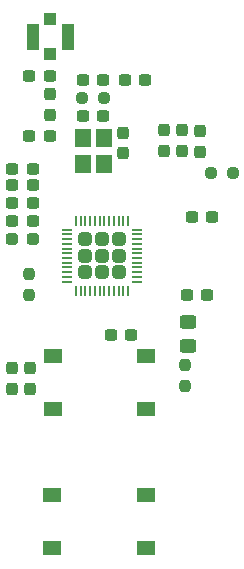
<source format=gbr>
%TF.GenerationSoftware,KiCad,Pcbnew,(6.0.4)*%
%TF.CreationDate,2022-06-13T20:22:48+02:00*%
%TF.ProjectId,Stamp,5374616d-702e-46b6-9963-61645f706362,rev?*%
%TF.SameCoordinates,Original*%
%TF.FileFunction,Paste,Top*%
%TF.FilePolarity,Positive*%
%FSLAX46Y46*%
G04 Gerber Fmt 4.6, Leading zero omitted, Abs format (unit mm)*
G04 Created by KiCad (PCBNEW (6.0.4)) date 2022-06-13 20:22:48*
%MOMM*%
%LPD*%
G01*
G04 APERTURE LIST*
G04 Aperture macros list*
%AMRoundRect*
0 Rectangle with rounded corners*
0 $1 Rounding radius*
0 $2 $3 $4 $5 $6 $7 $8 $9 X,Y pos of 4 corners*
0 Add a 4 corners polygon primitive as box body*
4,1,4,$2,$3,$4,$5,$6,$7,$8,$9,$2,$3,0*
0 Add four circle primitives for the rounded corners*
1,1,$1+$1,$2,$3*
1,1,$1+$1,$4,$5*
1,1,$1+$1,$6,$7*
1,1,$1+$1,$8,$9*
0 Add four rect primitives between the rounded corners*
20,1,$1+$1,$2,$3,$4,$5,0*
20,1,$1+$1,$4,$5,$6,$7,0*
20,1,$1+$1,$6,$7,$8,$9,0*
20,1,$1+$1,$8,$9,$2,$3,0*%
G04 Aperture macros list end*
%ADD10RoundRect,0.237500X0.237500X-0.250000X0.237500X0.250000X-0.237500X0.250000X-0.237500X-0.250000X0*%
%ADD11RoundRect,0.237500X0.300000X0.237500X-0.300000X0.237500X-0.300000X-0.237500X0.300000X-0.237500X0*%
%ADD12RoundRect,0.237500X0.237500X-0.300000X0.237500X0.300000X-0.237500X0.300000X-0.237500X-0.300000X0*%
%ADD13R,1.550000X1.300000*%
%ADD14RoundRect,0.237500X-0.237500X0.250000X-0.237500X-0.250000X0.237500X-0.250000X0.237500X0.250000X0*%
%ADD15RoundRect,0.237500X0.250000X0.237500X-0.250000X0.237500X-0.250000X-0.237500X0.250000X-0.237500X0*%
%ADD16RoundRect,0.237500X-0.300000X-0.237500X0.300000X-0.237500X0.300000X0.237500X-0.300000X0.237500X0*%
%ADD17RoundRect,0.237500X-0.287500X-0.237500X0.287500X-0.237500X0.287500X0.237500X-0.287500X0.237500X0*%
%ADD18RoundRect,0.250000X0.450000X-0.325000X0.450000X0.325000X-0.450000X0.325000X-0.450000X-0.325000X0*%
%ADD19RoundRect,0.237500X-0.237500X0.300000X-0.237500X-0.300000X0.237500X-0.300000X0.237500X0.300000X0*%
%ADD20R,1.000000X1.000000*%
%ADD21R,1.050000X2.200000*%
%ADD22R,1.350000X1.650000*%
%ADD23RoundRect,0.237500X-0.237500X0.287500X-0.237500X-0.287500X0.237500X-0.287500X0.237500X0.287500X0*%
%ADD24RoundRect,0.250000X-0.315000X-0.315000X0.315000X-0.315000X0.315000X0.315000X-0.315000X0.315000X0*%
%ADD25RoundRect,0.050000X-0.375000X-0.050000X0.375000X-0.050000X0.375000X0.050000X-0.375000X0.050000X0*%
%ADD26RoundRect,0.050000X-0.050000X-0.375000X0.050000X-0.375000X0.050000X0.375000X-0.050000X0.375000X0*%
G04 APERTURE END LIST*
D10*
%TO.C,R4*%
X100076000Y-125730000D03*
X100076000Y-123905000D03*
%TD*%
D11*
%TO.C,C1*%
X87235000Y-107315000D03*
X85510000Y-107315000D03*
%TD*%
D12*
%TO.C,C9*%
X86995000Y-125931000D03*
X86995000Y-124206000D03*
%TD*%
D13*
%TO.C,SW1*%
X88900000Y-127635000D03*
X96850000Y-127635000D03*
X96850000Y-123135000D03*
X88900000Y-123135000D03*
%TD*%
%TO.C,SW2*%
X88862000Y-134910000D03*
X96812000Y-134910000D03*
X96812000Y-139410000D03*
X88862000Y-139410000D03*
%TD*%
D14*
%TO.C,R1*%
X86868000Y-116205000D03*
X86868000Y-118030000D03*
%TD*%
D15*
%TO.C,R3*%
X104163500Y-107696000D03*
X102338500Y-107696000D03*
%TD*%
D16*
%TO.C,C7*%
X86921000Y-104521000D03*
X88646000Y-104521000D03*
%TD*%
D11*
%TO.C,C5*%
X87235000Y-110236000D03*
X85510000Y-110236000D03*
%TD*%
%TO.C,C15*%
X95578000Y-121412000D03*
X93853000Y-121412000D03*
%TD*%
D16*
%TO.C,C4*%
X86921000Y-99441000D03*
X88646000Y-99441000D03*
%TD*%
D17*
%TO.C,L2*%
X85471000Y-113284000D03*
X87221000Y-113284000D03*
%TD*%
D18*
%TO.C,D1*%
X100330000Y-122319000D03*
X100330000Y-120269000D03*
%TD*%
D19*
%TO.C,C6*%
X94869000Y-104267000D03*
X94869000Y-105992000D03*
%TD*%
D11*
%TO.C,C3*%
X87235000Y-108712000D03*
X85510000Y-108712000D03*
%TD*%
D12*
%TO.C,C11*%
X85471000Y-125931000D03*
X85471000Y-124206000D03*
%TD*%
D16*
%TO.C,C17*%
X100256000Y-117983000D03*
X101981000Y-117983000D03*
%TD*%
D19*
%TO.C,C8*%
X99822000Y-104066000D03*
X99822000Y-105791000D03*
%TD*%
D20*
%TO.C,J1*%
X88724000Y-97639000D03*
D21*
X90199000Y-96139000D03*
X87249000Y-96139000D03*
D20*
X88724000Y-94639000D03*
%TD*%
D15*
%TO.C,R2*%
X93241500Y-101346000D03*
X91416500Y-101346000D03*
%TD*%
D22*
%TO.C,X1*%
X91468000Y-104684000D03*
X91468000Y-106934000D03*
X93218000Y-106934000D03*
X93218000Y-104684000D03*
%TD*%
D11*
%TO.C,C13*%
X96721000Y-99822000D03*
X94996000Y-99822000D03*
%TD*%
%TO.C,C16*%
X102436000Y-111379000D03*
X100711000Y-111379000D03*
%TD*%
D23*
%TO.C,L3*%
X98298000Y-104041000D03*
X98298000Y-105791000D03*
%TD*%
D19*
%TO.C,C12*%
X101346000Y-104140000D03*
X101346000Y-105865000D03*
%TD*%
D24*
%TO.C,U1*%
X93091000Y-114681000D03*
X91691000Y-113281000D03*
X93091000Y-116081000D03*
X94491000Y-114681000D03*
X93091000Y-113281000D03*
X91691000Y-114681000D03*
X94491000Y-113281000D03*
X94491000Y-116081000D03*
X91691000Y-116081000D03*
D25*
X90141000Y-112481000D03*
X90141000Y-112881000D03*
X90141000Y-113281000D03*
X90141000Y-113681000D03*
X90141000Y-114081000D03*
X90141000Y-114481000D03*
X90141000Y-114881000D03*
X90141000Y-115281000D03*
X90141000Y-115681000D03*
X90141000Y-116081000D03*
X90141000Y-116481000D03*
X90141000Y-116881000D03*
D26*
X90891000Y-117631000D03*
X91291000Y-117631000D03*
X91691000Y-117631000D03*
X92091000Y-117631000D03*
X92491000Y-117631000D03*
X92891000Y-117631000D03*
X93291000Y-117631000D03*
X93691000Y-117631000D03*
X94091000Y-117631000D03*
X94491000Y-117631000D03*
X94891000Y-117631000D03*
X95291000Y-117631000D03*
D25*
X96041000Y-116881000D03*
X96041000Y-116481000D03*
X96041000Y-116081000D03*
X96041000Y-115681000D03*
X96041000Y-115281000D03*
X96041000Y-114881000D03*
X96041000Y-114481000D03*
X96041000Y-114081000D03*
X96041000Y-113681000D03*
X96041000Y-113281000D03*
X96041000Y-112881000D03*
X96041000Y-112481000D03*
D26*
X95291000Y-111731000D03*
X94891000Y-111731000D03*
X94491000Y-111731000D03*
X94091000Y-111731000D03*
X93691000Y-111731000D03*
X93291000Y-111731000D03*
X92891000Y-111731000D03*
X92491000Y-111731000D03*
X92091000Y-111731000D03*
X91691000Y-111731000D03*
X91291000Y-111731000D03*
X90891000Y-111731000D03*
%TD*%
D11*
%TO.C,C10*%
X87235000Y-111760000D03*
X85510000Y-111760000D03*
%TD*%
%TO.C,C14*%
X93165000Y-99822000D03*
X91440000Y-99822000D03*
%TD*%
D23*
%TO.C,L1*%
X88646000Y-100979000D03*
X88646000Y-102729000D03*
%TD*%
D11*
%TO.C,C2*%
X93165000Y-102870000D03*
X91440000Y-102870000D03*
%TD*%
M02*

</source>
